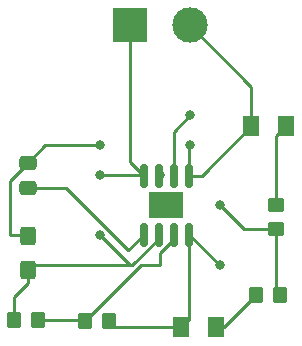
<source format=gbr>
%TF.GenerationSoftware,KiCad,Pcbnew,(6.0.10-0)*%
%TF.CreationDate,2023-02-17T15:36:54-08:00*%
%TF.ProjectId,555timer,35353574-696d-4657-922e-6b696361645f,rev?*%
%TF.SameCoordinates,Original*%
%TF.FileFunction,Copper,L1,Top*%
%TF.FilePolarity,Positive*%
%FSLAX46Y46*%
G04 Gerber Fmt 4.6, Leading zero omitted, Abs format (unit mm)*
G04 Created by KiCad (PCBNEW (6.0.10-0)) date 2023-02-17 15:36:54*
%MOMM*%
%LPD*%
G01*
G04 APERTURE LIST*
G04 Aperture macros list*
%AMRoundRect*
0 Rectangle with rounded corners*
0 $1 Rounding radius*
0 $2 $3 $4 $5 $6 $7 $8 $9 X,Y pos of 4 corners*
0 Add a 4 corners polygon primitive as box body*
4,1,4,$2,$3,$4,$5,$6,$7,$8,$9,$2,$3,0*
0 Add four circle primitives for the rounded corners*
1,1,$1+$1,$2,$3*
1,1,$1+$1,$4,$5*
1,1,$1+$1,$6,$7*
1,1,$1+$1,$8,$9*
0 Add four rect primitives between the rounded corners*
20,1,$1+$1,$2,$3,$4,$5,0*
20,1,$1+$1,$4,$5,$6,$7,0*
20,1,$1+$1,$6,$7,$8,$9,0*
20,1,$1+$1,$8,$9,$2,$3,0*%
G04 Aperture macros list end*
%TA.AperFunction,SMDPad,CuDef*%
%ADD10RoundRect,0.250001X0.462499X0.624999X-0.462499X0.624999X-0.462499X-0.624999X0.462499X-0.624999X0*%
%TD*%
%TA.AperFunction,SMDPad,CuDef*%
%ADD11RoundRect,0.250000X0.350000X0.450000X-0.350000X0.450000X-0.350000X-0.450000X0.350000X-0.450000X0*%
%TD*%
%TA.AperFunction,SMDPad,CuDef*%
%ADD12RoundRect,0.250000X0.450000X-0.350000X0.450000X0.350000X-0.450000X0.350000X-0.450000X-0.350000X0*%
%TD*%
%TA.AperFunction,SMDPad,CuDef*%
%ADD13RoundRect,0.250000X0.475000X-0.337500X0.475000X0.337500X-0.475000X0.337500X-0.475000X-0.337500X0*%
%TD*%
%TA.AperFunction,ComponentPad*%
%ADD14R,3.000000X3.000000*%
%TD*%
%TA.AperFunction,ComponentPad*%
%ADD15C,3.000000*%
%TD*%
%TA.AperFunction,SMDPad,CuDef*%
%ADD16RoundRect,0.250001X-0.462499X-0.624999X0.462499X-0.624999X0.462499X0.624999X-0.462499X0.624999X0*%
%TD*%
%TA.AperFunction,SMDPad,CuDef*%
%ADD17RoundRect,0.250000X0.425000X-0.537500X0.425000X0.537500X-0.425000X0.537500X-0.425000X-0.537500X0*%
%TD*%
%TA.AperFunction,SMDPad,CuDef*%
%ADD18RoundRect,0.150000X-0.150000X0.825000X-0.150000X-0.825000X0.150000X-0.825000X0.150000X0.825000X0*%
%TD*%
%TA.AperFunction,SMDPad,CuDef*%
%ADD19R,3.000000X2.290000*%
%TD*%
%TA.AperFunction,SMDPad,CuDef*%
%ADD20RoundRect,0.250000X-0.350000X-0.450000X0.350000X-0.450000X0.350000X0.450000X-0.350000X0.450000X0*%
%TD*%
%TA.AperFunction,ViaPad*%
%ADD21C,0.800000*%
%TD*%
%TA.AperFunction,Conductor*%
%ADD22C,0.250000*%
%TD*%
G04 APERTURE END LIST*
D10*
%TO.P,D1,1,K*%
%TO.N,Net-(D1-Pad1)*%
X141892500Y-101775000D03*
%TO.P,D1,2,A*%
%TO.N,+9V*%
X138917500Y-101775000D03*
%TD*%
D11*
%TO.P,R2,1*%
%TO.N,/pin_7*%
X126830872Y-101169128D03*
%TO.P,R2,2*%
%TO.N,/pin_2*%
X124830872Y-101169128D03*
%TD*%
D12*
%TO.P,R4,1*%
%TO.N,/pin_3*%
X147030000Y-93440000D03*
%TO.P,R4,2*%
%TO.N,Net-(D2-Pad2)*%
X147030000Y-91440000D03*
%TD*%
D13*
%TO.P,C2,1*%
%TO.N,Net-(C2-Pad1)*%
X125962500Y-89937500D03*
%TO.P,C2,2*%
%TO.N,GND*%
X125962500Y-87862500D03*
%TD*%
D11*
%TO.P,R1,1*%
%TO.N,+9V*%
X132855000Y-101217936D03*
%TO.P,R1,2*%
%TO.N,/pin_7*%
X130855000Y-101217936D03*
%TD*%
D14*
%TO.P,J1,1,Pin_1*%
%TO.N,+9V*%
X134620000Y-76200000D03*
D15*
%TO.P,J1,2,Pin_2*%
%TO.N,GND*%
X139700000Y-76200000D03*
%TD*%
D16*
%TO.P,D2,1,K*%
%TO.N,GND*%
X144897500Y-84760000D03*
%TO.P,D2,2,A*%
%TO.N,Net-(D2-Pad2)*%
X147872500Y-84760000D03*
%TD*%
D17*
%TO.P,C1,1*%
%TO.N,/pin_2*%
X125997500Y-96950000D03*
%TO.P,C1,2*%
%TO.N,GND*%
X125997500Y-94075000D03*
%TD*%
D18*
%TO.P,U1,1,GND*%
%TO.N,GND*%
X139582500Y-88965000D03*
%TO.P,U1,2,TR*%
%TO.N,/pin_2*%
X138312500Y-88965000D03*
%TO.P,U1,3,Q*%
%TO.N,/pin_3*%
X137042500Y-88965000D03*
%TO.P,U1,4,R*%
%TO.N,+9V*%
X135772500Y-88965000D03*
%TO.P,U1,5,CV*%
%TO.N,Net-(C2-Pad1)*%
X135772500Y-93915000D03*
%TO.P,U1,6,THR*%
%TO.N,/pin_2*%
X137042500Y-93915000D03*
%TO.P,U1,7,DIS*%
%TO.N,/pin_7*%
X138312500Y-93915000D03*
%TO.P,U1,8,VCC*%
%TO.N,+9V*%
X139582500Y-93915000D03*
D19*
%TO.P,U1,9*%
%TO.N,N/C*%
X137677500Y-91440000D03*
%TD*%
D20*
%TO.P,R3,1*%
%TO.N,Net-(D1-Pad1)*%
X145320000Y-99060000D03*
%TO.P,R3,2*%
%TO.N,/pin_3*%
X147320000Y-99060000D03*
%TD*%
D21*
%TO.N,/pin_2*%
X139700000Y-83820000D03*
X132080000Y-93980000D03*
%TO.N,GND*%
X132080000Y-86360000D03*
X139700000Y-86360000D03*
%TO.N,+9V*%
X142240000Y-96520000D03*
X132080000Y-88900000D03*
%TO.N,/pin_3*%
X142240000Y-91440000D03*
X137160000Y-88900000D03*
%TD*%
D22*
%TO.N,/pin_2*%
X126427500Y-96520000D02*
X134814251Y-96520000D01*
X138312500Y-85207500D02*
X139700000Y-83820000D01*
X124830872Y-99224128D02*
X124830872Y-101169128D01*
X125997500Y-96950000D02*
X126427500Y-96520000D01*
X134814251Y-96520000D02*
X134620000Y-96520000D01*
X134814251Y-96520000D02*
X137042500Y-94291751D01*
X125997500Y-98057500D02*
X124830872Y-99224128D01*
X137042500Y-94291751D02*
X137042500Y-93915000D01*
X125997500Y-96950000D02*
X125997500Y-98057500D01*
X138312500Y-88965000D02*
X138312500Y-85207500D01*
X134620000Y-96520000D02*
X132080000Y-93980000D01*
%TO.N,GND*%
X124460000Y-89365000D02*
X124460000Y-93980000D01*
X125962500Y-87862500D02*
X127465000Y-86360000D01*
X144897500Y-81397500D02*
X144897500Y-84760000D01*
X125962500Y-87862500D02*
X124460000Y-89365000D01*
X124460000Y-93980000D02*
X125902500Y-93980000D01*
X139582500Y-88965000D02*
X140692500Y-88965000D01*
X139582500Y-88965000D02*
X139582500Y-86477500D01*
X139700000Y-76200000D02*
X144897500Y-81397500D01*
X139582500Y-86477500D02*
X139700000Y-86360000D01*
X127465000Y-86360000D02*
X132080000Y-86360000D01*
X140692500Y-88965000D02*
X144897500Y-84760000D01*
X125902500Y-93980000D02*
X125997500Y-94075000D01*
%TO.N,Net-(C2-Pad1)*%
X134500000Y-95187500D02*
X135772500Y-93915000D01*
X129250000Y-89937500D02*
X125962500Y-89937500D01*
X134500000Y-95187500D02*
X129250000Y-89937500D01*
%TO.N,Net-(D1-Pad1)*%
X141892500Y-101775000D02*
X142605000Y-101775000D01*
X142605000Y-101775000D02*
X145320000Y-99060000D01*
%TO.N,+9V*%
X139582500Y-93915000D02*
X139635000Y-93915000D01*
X132855000Y-101217936D02*
X133412064Y-101775000D01*
X134620000Y-76200000D02*
X134620000Y-87812500D01*
X134620000Y-87812500D02*
X135772500Y-88965000D01*
X139582500Y-101110000D02*
X139582500Y-93915000D01*
X135772500Y-88965000D02*
X135707500Y-88900000D01*
X135707500Y-88900000D02*
X132080000Y-88900000D01*
X133412064Y-101775000D02*
X138917500Y-101775000D01*
X138917500Y-101775000D02*
X139582500Y-101110000D01*
X139635000Y-93915000D02*
X142240000Y-96520000D01*
%TO.N,Net-(D2-Pad2)*%
X147030000Y-85602500D02*
X147872500Y-84760000D01*
X147030000Y-91440000D02*
X147030000Y-85602500D01*
%TO.N,/pin_7*%
X126830872Y-101169128D02*
X130806192Y-101169128D01*
X137160000Y-95444251D02*
X137160000Y-96520000D01*
X130806192Y-101169128D02*
X130855000Y-101217936D01*
X135552936Y-96520000D02*
X130855000Y-101217936D01*
X138312500Y-94291751D02*
X137160000Y-95444251D01*
X138312500Y-93915000D02*
X138312500Y-94291751D01*
X138312500Y-94625000D02*
X138312500Y-93915000D01*
X137160000Y-96520000D02*
X135552936Y-96520000D01*
%TO.N,/pin_3*%
X147030000Y-98770000D02*
X147320000Y-99060000D01*
X147030000Y-93440000D02*
X144240000Y-93440000D01*
X144240000Y-93440000D02*
X142240000Y-91440000D01*
X147030000Y-93440000D02*
X147030000Y-98770000D01*
%TD*%
M02*

</source>
